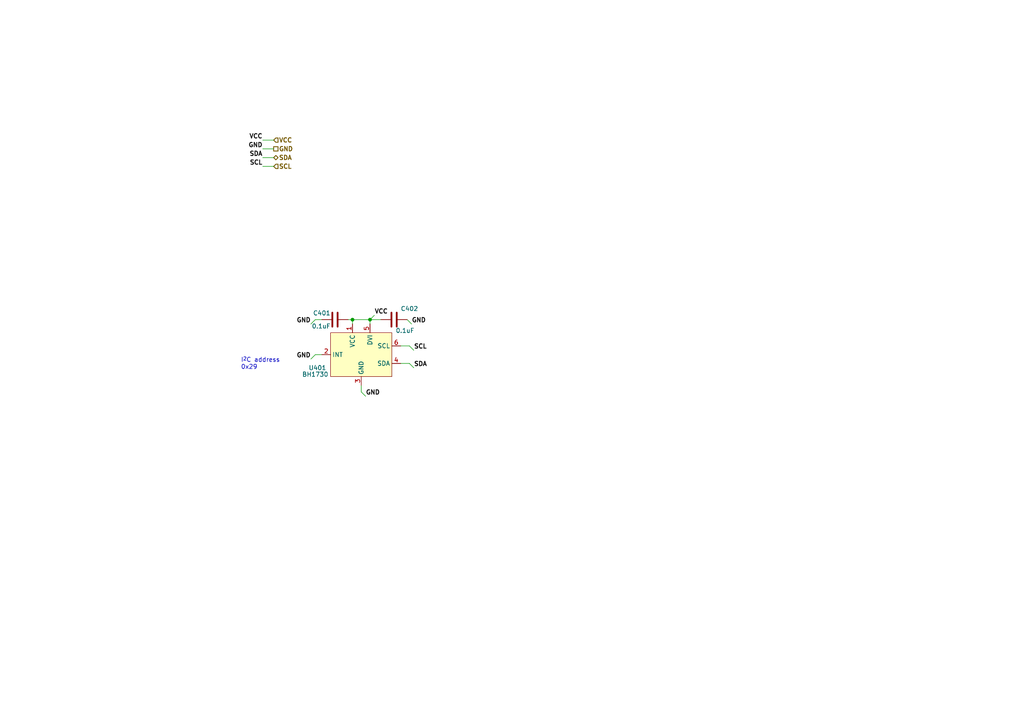
<source format=kicad_sch>
(kicad_sch (version 20211123) (generator eeschema)
  (paper "A4")
  (title_block (title "Side Unit - CanSat 2023") (date "2023-01-19") (rev "2022") (company "Project SkyFall") (comment 1 "David Haisman"))
  (lib_symbols
    (symbol "CanSat_2023:BH1730"
      (property "Reference" "U" (at 8.89 8.89 0))
      (property "Value" "BH1730" (at 12.7 6.35 0))
      (symbol "BH1730_0_1"
        (rectangle (start -8.89 6.35) (end 8.89 -6.35) (fill (type background)))
      )
      (symbol "BH1730_1_1"
        (pin power_in line (at -2.54 8.89 270) (length 2.54) (name "VCC") (number "1"))
        (pin output line (at -11.43 0 0) (length 2.54) (name "INT") (number "2"))
        (pin passive line (at 0 -8.89 90) (length 2.54) (name "GND") (number "3"))
        (pin bidirectional line (at 11.43 -2.54 180) (length 2.54) (name "SDA") (number "4"))
        (pin power_in line (at 2.54 8.89 270) (length 2.54) (name "DVI") (number "5"))
        (pin input line (at 11.43 2.54 180) (length 2.54) (name "SCL") (number "6"))
      )
    )
    (symbol "Device:C" (pin_numbers hide) (pin_names (offset 0.254))
      (property "Reference" "C" (at 0.635 2.54 0))
      (property "Value" "C" (at 0.635 -2.54 0))
      (symbol "C_0_1"
        (polyline (pts (xy -2.032 -0.762) (xy 2.032 -0.762)) (stroke (width 0.508)))
        (polyline (pts (xy -2.032 0.762) (xy 2.032 0.762)) (stroke (width 0.508)))
      )
      (symbol "C_1_1"
        (pin passive line (at 0 3.81 270) (length 2.794) (name "~") (number "1"))
        (pin passive line (at 0 -3.81 90) (length 2.794) (name "~") (number "2"))
      )
    )
  )
  (junction (at 107.315 92.71))
  (junction (at 102.235 92.71))
  (wire (pts (xy 116.205 100.33) (xy 118.745 100.33)))
  (wire (pts (xy 79.375 48.26) (xy 76.2 48.26)))
  (wire (pts (xy 100.965 92.71) (xy 102.235 92.71)))
  (wire (pts (xy 102.235 93.98) (xy 102.235 92.71)))
  (wire (pts (xy 107.315 92.71) (xy 107.315 93.98)))
  (wire (pts (xy 110.49 92.71) (xy 107.315 92.71)))
  (wire (pts (xy 91.44 92.71) (xy 90.17 93.98)))
  (wire (pts (xy 118.745 100.33) (xy 120.015 101.6)))
  (wire (pts (xy 93.345 102.87) (xy 91.44 102.87)))
  (wire (pts (xy 118.11 92.71) (xy 119.38 93.98)))
  (wire (pts (xy 116.205 105.41) (xy 118.745 105.41)))
  (wire (pts (xy 76.2 40.64) (xy 79.375 40.64)))
  (wire (pts (xy 104.775 113.665) (xy 106.045 114.935)))
  (wire (pts (xy 93.345 92.71) (xy 91.44 92.71)))
  (wire (pts (xy 102.235 92.71) (xy 107.315 92.71)))
  (wire (pts (xy 104.775 111.76) (xy 104.775 113.665)))
  (wire (pts (xy 118.745 105.41) (xy 120.015 106.68)))
  (wire (pts (xy 79.375 43.18) (xy 76.2 43.18)))
  (wire (pts (xy 107.315 92.71) (xy 108.585 91.44)))
  (wire (pts (xy 76.2 45.72) (xy 79.375 45.72)))
  (wire (pts (xy 91.44 102.87) (xy 90.17 104.14)))
  (text "I^{2}C address\n0x29" (at 69.85 107.315 0) (effects (font (size 1.27 1.27)) (justify left bottom)))
  (label "SDA" (at 76.2 45.72 180) (effects (font (thickness 0.254) bold)))
  (label "GND" (at 119.38 93.98 0) (effects (font (thickness 0.254) bold)))
  (label "GND" (at 90.17 104.14 180) (effects (font (thickness 0.254) bold)))
  (label "GND" (at 90.17 93.98 180) (effects (font (thickness 0.254) bold)))
  (label "SCL" (at 76.2 48.26 180) (effects (font (thickness 0.254) bold)))
  (label "SCL" (at 120.015 101.6 0) (effects (font (thickness 0.254) bold)))
  (label "VCC" (at 108.585 91.44 0) (effects (font bold)))
  (label "VCC" (at 76.2 40.64 180) (effects (font bold)))
  (label "GND" (at 106.045 114.935 0) (effects (font (thickness 0.254) bold)))
  (label "SDA" (at 120.015 106.68 0) (effects (font (thickness 0.254) bold)))
  (label "GND" (at 76.2 43.18 180) (effects (font (thickness 0.254) bold)))
  (hierarchical_label "SCL" (shape input) (at 79.375 48.26 0) (effects (font bold)))
  (hierarchical_label "VCC" (shape input) (at 79.375 40.64 0) (effects (font (thickness 0.254) bold)))
  (hierarchical_label "GND" (shape passive) (at 79.375 43.18 0) (effects (font bold)))
  (hierarchical_label "SDA" (shape bidirectional) (at 79.375 45.72 0) (effects (font bold)))
  (symbol (lib_id "Device:C") (at 114.3 92.71 90) (unit 1)
    (property "Reference" "C402" (at 118.745 89.535 90))
    (property "Value" "0.1uF" (at 117.475 95.885 90))
    (property "Footprint" "1Knihovna:C_0805_2012Metric" (effects hide))
  )
  (symbol (lib_id "CanSat_2023:BH1730") (at 104.775 102.87 0) (unit 1)
    (property "Reference" "U401" (at 92.075 106.68 0))
    (property "Value" "BH1730" (at 91.44 108.585 0))
    (property "Footprint" "Package_WSOF:WSOF6" (effects hide))
    (property "Datasheet" "https://cz.mouser.com/datasheet/2/348/bh1730fvc-e-1874430.pdf" (effects hide))
  )
  (symbol (lib_id "Device:C") (at 97.155 92.71 90) (unit 1)
    (property "Reference" "C401" (at 95.885 90.805 90) (effects (justify left)))
    (property "Value" "0.1uF" (at 95.885 94.615 90) (effects (justify left)))
    (property "Footprint" "1Knihovna:C_0805_2012Metric" (effects hide))
  )
)
</source>
